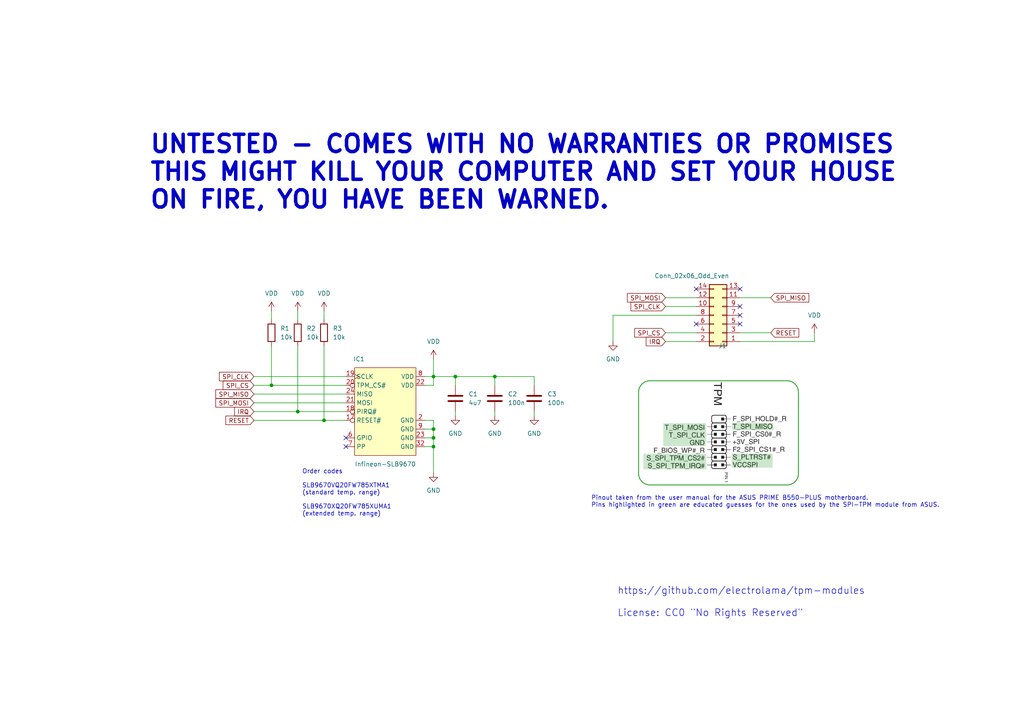
<source format=kicad_sch>
(kicad_sch (version 20210621) (generator eeschema)
  (paper "A4")
  (lib_symbols
    (symbol "Connector_Generic:Conn_02x07_Odd_Even" (pin_names (offset 1.016) hide)
      (property "Reference" "J" (at 1.27 10.16 0))
      (property "Value" "Conn_02x07_Odd_Even" (at 1.27 -10.16 0))
      (symbol "Conn_02x07_Odd_Even_1_1"
        (rectangle (start -1.27 -7.493) (end 0 -7.747) (stroke (width 0.1524)))
        (rectangle (start -1.27 -4.953) (end 0 -5.207) (stroke (width 0.1524)))
        (rectangle (start -1.27 -2.413) (end 0 -2.667) (stroke (width 0.1524)))
        (rectangle (start -1.27 0.127) (end 0 -0.127) (stroke (width 0.1524)))
        (rectangle (start -1.27 2.667) (end 0 2.413) (stroke (width 0.1524)))
        (rectangle (start -1.27 5.207) (end 0 4.953) (stroke (width 0.1524)))
        (rectangle (start -1.27 7.747) (end 0 7.493) (stroke (width 0.1524)))
        (rectangle (start 3.81 -7.493) (end 2.54 -7.747) (stroke (width 0.1524)))
        (rectangle (start 3.81 -4.953) (end 2.54 -5.207) (stroke (width 0.1524)))
        (rectangle (start 3.81 -2.413) (end 2.54 -2.667) (stroke (width 0.1524)))
        (rectangle (start 3.81 0.127) (end 2.54 -0.127) (stroke (width 0.1524)))
        (rectangle (start 3.81 2.667) (end 2.54 2.413) (stroke (width 0.1524)))
        (rectangle (start 3.81 5.207) (end 2.54 4.953) (stroke (width 0.1524)))
        (rectangle (start 3.81 7.747) (end 2.54 7.493) (stroke (width 0.1524)))
        (rectangle (start -1.27 8.89) (end 3.81 -8.89) (stroke (width 0.254)) (fill (type background)))
        (pin passive line (at -5.08 7.62 0) (length 3.81) (name "Pin_1") (number "1"))
        (pin passive line (at 7.62 -2.54 180) (length 3.81) (name "Pin_10") (number "10"))
        (pin passive line (at -5.08 -5.08 0) (length 3.81) (name "Pin_11") (number "11"))
        (pin passive line (at 7.62 -5.08 180) (length 3.81) (name "Pin_12") (number "12"))
        (pin passive line (at -5.08 -7.62 0) (length 3.81) (name "Pin_13") (number "13"))
        (pin passive line (at 7.62 -7.62 180) (length 3.81) (name "Pin_14") (number "14"))
        (pin passive line (at 7.62 7.62 180) (length 3.81) (name "Pin_2") (number "2"))
        (pin passive line (at -5.08 5.08 0) (length 3.81) (name "Pin_3") (number "3"))
        (pin passive line (at 7.62 5.08 180) (length 3.81) (name "Pin_4") (number "4"))
        (pin passive line (at -5.08 2.54 0) (length 3.81) (name "Pin_5") (number "5"))
        (pin passive line (at 7.62 2.54 180) (length 3.81) (name "Pin_6") (number "6"))
        (pin passive line (at -5.08 0 0) (length 3.81) (name "Pin_7") (number "7"))
        (pin passive line (at 7.62 0 180) (length 3.81) (name "Pin_8") (number "8"))
        (pin passive line (at -5.08 -2.54 0) (length 3.81) (name "Pin_9") (number "9"))
      )
    )
    (symbol "Device:C" (pin_numbers hide) (pin_names (offset 0.254))
      (property "Reference" "C" (at 0.635 2.54 0))
      (property "Value" "C" (at 0.635 -2.54 0))
      (symbol "C_0_1"
        (polyline (pts (xy -2.032 -0.762) (xy 2.032 -0.762)) (stroke (width 0.508)))
        (polyline (pts (xy -2.032 0.762) (xy 2.032 0.762)) (stroke (width 0.508)))
      )
      (symbol "C_1_1"
        (pin passive line (at 0 3.81 270) (length 2.794) (name "~") (number "1"))
        (pin passive line (at 0 -3.81 90) (length 2.794) (name "~") (number "2"))
      )
    )
    (symbol "Device:R" (pin_numbers hide) (pin_names (offset 0))
      (property "Reference" "R" (at 2.032 0 90))
      (property "Value" "R" (at 0 0 90))
      (symbol "R_0_1"
        (rectangle (start -1.016 -2.54) (end 1.016 2.54) (stroke (width 0.254)))
      )
      (symbol "R_1_1"
        (pin passive line (at 0 3.81 270) (length 1.27) (name "~") (number "1"))
        (pin passive line (at 0 -3.81 90) (length 1.27) (name "~") (number "2"))
      )
    )
    (symbol "power:GND" (power) (pin_names (offset 0))
      (property "Value" "GND" (at 0 -3.81 0))
      (symbol "GND_0_1"
        (polyline (pts (xy 0 0) (xy 0 -1.27) (xy 1.27 -1.27) (xy 0 -2.54) (xy -1.27 -1.27) (xy 0 -1.27)))
      )
      (symbol "GND_1_1"
        (pin power_in line (at 0 0 270) (length 0) hide (name "GND") (number "1"))
      )
    )
    (symbol "power:VDD" (power) (pin_names (offset 0))
      (property "Value" "VDD" (at 0 3.81 0))
      (symbol "VDD_0_1"
        (polyline (pts (xy -0.762 1.27) (xy 0 2.54)))
        (polyline (pts (xy 0 0) (xy 0 2.54)))
        (polyline (pts (xy 0 2.54) (xy 0.762 1.27)))
      )
      (symbol "VDD_1_1"
        (pin power_in line (at 0 0 90) (length 0) hide (name "VDD") (number "1"))
      )
    )
    (symbol "tpm-chips:Infineon-SLB9670"
      (property "Reference" "IC" (at -7.62 13.97 0))
      (property "Value" "Infineon-SLB9670" (at 0 -13.97 0))
      (symbol "Infineon-SLB9670_0_1"
        (rectangle (start -8.89 12.7) (end 8.89 -12.7) (stroke (width 0.1524)) (fill (type background)))
      )
      (symbol "Infineon-SLB9670_1_1"
        (pin input inverted (at -11.43 -2.54 0) (length 2.54) (name "RESET#") (number "17"))
        (pin output inverted (at -11.43 0 0) (length 2.54) (name "PIRQ#") (number "18"))
        (pin input clock (at -11.43 10.16 0) (length 2.54) (name "SCLK") (number "19"))
        (pin power_in line (at 11.43 -2.54 180) (length 2.54) (name "GND") (number "2"))
        (pin input inverted (at -11.43 7.62 0) (length 2.54) (name "TPM_CS#") (number "20"))
        (pin input line (at -11.43 2.54 0) (length 2.54) (name "MOSI") (number "21"))
        (pin power_in line (at 11.43 7.62 180) (length 2.54) (name "VDD") (number "22"))
        (pin power_in line (at 11.43 -7.62 180) (length 2.54) (name "GND") (number "23"))
        (pin output line (at -11.43 5.08 0) (length 2.54) (name "MISO") (number "24"))
        (pin power_in line (at 11.43 -10.16 180) (length 2.54) (name "GND") (number "32"))
        (pin bidirectional line (at -11.43 -7.62 0) (length 2.54) (name "GPIO") (number "6"))
        (pin input line (at -11.43 -10.16 0) (length 2.54) (name "PP") (number "7"))
        (pin power_in line (at 11.43 10.16 180) (length 2.54) (name "VDD") (number "8"))
        (pin power_in line (at 11.43 -5.08 180) (length 2.54) (name "GND") (number "9"))
      )
    )
  )
  (junction (at 78.74 111.76) (diameter 0.9144))
  (junction (at 86.36 119.38) (diameter 0.9144))
  (junction (at 93.98 121.92) (diameter 0.9144))
  (junction (at 125.73 109.22) (diameter 0.9144))
  (junction (at 125.73 124.46) (diameter 0.9144))
  (junction (at 125.73 127) (diameter 0.9144))
  (junction (at 125.73 129.54) (diameter 0.9144))
  (junction (at 132.08 109.22) (diameter 0.9144))
  (junction (at 143.51 109.22) (diameter 0.9144))
  (no_connect (at 100.33 127))
  (no_connect (at 100.33 129.54))
  (no_connect (at 201.93 83.82))
  (no_connect (at 201.93 93.98))
  (no_connect (at 214.63 83.82))
  (no_connect (at 214.63 88.9))
  (no_connect (at 214.63 91.44))
  (no_connect (at 214.63 93.98))
  (wire (pts (xy 73.66 109.22) (xy 100.33 109.22)))
  (wire (pts (xy 73.66 111.76) (xy 78.74 111.76)))
  (wire (pts (xy 73.66 114.3) (xy 100.33 114.3)))
  (wire (pts (xy 73.66 116.84) (xy 100.33 116.84)))
  (wire (pts (xy 73.66 119.38) (xy 86.36 119.38)))
  (wire (pts (xy 73.66 121.92) (xy 93.98 121.92)))
  (wire (pts (xy 78.74 90.17) (xy 78.74 92.71)))
  (wire (pts (xy 78.74 100.33) (xy 78.74 111.76)))
  (wire (pts (xy 78.74 111.76) (xy 100.33 111.76)))
  (wire (pts (xy 86.36 90.17) (xy 86.36 92.71)))
  (wire (pts (xy 86.36 100.33) (xy 86.36 119.38)))
  (wire (pts (xy 86.36 119.38) (xy 100.33 119.38)))
  (wire (pts (xy 93.98 90.17) (xy 93.98 92.71)))
  (wire (pts (xy 93.98 100.33) (xy 93.98 121.92)))
  (wire (pts (xy 93.98 121.92) (xy 100.33 121.92)))
  (wire (pts (xy 123.19 109.22) (xy 125.73 109.22)))
  (wire (pts (xy 123.19 111.76) (xy 125.73 111.76)))
  (wire (pts (xy 123.19 121.92) (xy 125.73 121.92)))
  (wire (pts (xy 123.19 124.46) (xy 125.73 124.46)))
  (wire (pts (xy 123.19 127) (xy 125.73 127)))
  (wire (pts (xy 123.19 129.54) (xy 125.73 129.54)))
  (wire (pts (xy 125.73 104.14) (xy 125.73 109.22)))
  (wire (pts (xy 125.73 109.22) (xy 125.73 111.76)))
  (wire (pts (xy 125.73 109.22) (xy 132.08 109.22)))
  (wire (pts (xy 125.73 121.92) (xy 125.73 124.46)))
  (wire (pts (xy 125.73 124.46) (xy 125.73 127)))
  (wire (pts (xy 125.73 127) (xy 125.73 129.54)))
  (wire (pts (xy 125.73 129.54) (xy 125.73 137.16)))
  (wire (pts (xy 132.08 109.22) (xy 132.08 111.76)))
  (wire (pts (xy 132.08 109.22) (xy 143.51 109.22)))
  (wire (pts (xy 132.08 119.38) (xy 132.08 120.65)))
  (wire (pts (xy 143.51 109.22) (xy 143.51 111.76)))
  (wire (pts (xy 143.51 109.22) (xy 154.94 109.22)))
  (wire (pts (xy 143.51 119.38) (xy 143.51 120.65)))
  (wire (pts (xy 154.94 109.22) (xy 154.94 111.76)))
  (wire (pts (xy 154.94 119.38) (xy 154.94 120.65)))
  (wire (pts (xy 177.8 91.44) (xy 177.8 99.06)))
  (wire (pts (xy 201.93 86.36) (xy 193.04 86.36)))
  (wire (pts (xy 201.93 88.9) (xy 193.04 88.9)))
  (wire (pts (xy 201.93 91.44) (xy 177.8 91.44)))
  (wire (pts (xy 201.93 96.52) (xy 193.04 96.52)))
  (wire (pts (xy 201.93 99.06) (xy 193.04 99.06)))
  (wire (pts (xy 214.63 99.06) (xy 236.22 99.06)))
  (wire (pts (xy 223.52 86.36) (xy 214.63 86.36)))
  (wire (pts (xy 223.52 96.52) (xy 214.63 96.52)))
  (wire (pts (xy 236.22 96.52) (xy 236.22 99.06)))
  (image (at 208.28 125.73) (scale 0.482734))
  (text "UNTESTED - COMES WITH NO WARRANTIES OR PROMISES\nTHIS MIGHT KILL YOUR COMPUTER AND SET YOUR HOUSE\nON FIRE, YOU HAVE BEEN WARNED." (at 43.18 60.96 0) (effects (font (size 5 5) (thickness 1) bold) (justify left bottom)))
  (text "Order codes\n\nSLB9670VQ20FW785XTMA1\n(standard temp. range)\n\nSLB9670XQ20FW785XUMA1\n(extended temp. range)" (at 87.63 149.86 0) (effects (font (size 1.27 1.27)) (justify left bottom)))
  (text "Pinout taken from the user manual for the ASUS PRIME B550-PLUS motherboard.\nPins highlighted in green are educated guesses for the ones used by the SPI-TPM module from ASUS.\n" (at 171.45 147.32 0) (effects (font (size 1.27 1.27)) (justify left bottom)))
  (text "https://github.com/electrolama/tpm-modules\n\nLicense: CC0 \"No Rights Reserved\"" (at 179.07 179.07 0) (effects (font (size 2 2)) (justify left bottom)))
  (global_label "SPI_CLK" (shape input) (at 73.66 109.22 180) (property "Intersheet References" "${INTERSHEET_REFS}" (effects hide)))
  (global_label "SPI_CS" (shape input) (at 73.66 111.76 180) (property "Intersheet References" "${INTERSHEET_REFS}" (effects hide)))
  (global_label "SPI_MISO" (shape input) (at 73.66 114.3 180) (property "Intersheet References" "${INTERSHEET_REFS}" (effects hide)))
  (global_label "SPI_MOSI" (shape input) (at 73.66 116.84 180) (property "Intersheet References" "${INTERSHEET_REFS}" (effects hide)))
  (global_label "IRQ" (shape input) (at 73.66 119.38 180) (property "Intersheet References" "${INTERSHEET_REFS}" (effects hide)))
  (global_label "RESET" (shape input) (at 73.66 121.92 180) (property "Intersheet References" "${INTERSHEET_REFS}" (effects hide)))
  (global_label "SPI_MOSI" (shape input) (at 193.04 86.36 180) (property "Intersheet References" "${INTERSHEET_REFS}" (effects hide)))
  (global_label "SPI_CLK" (shape input) (at 193.04 88.9 180) (property "Intersheet References" "${INTERSHEET_REFS}" (effects hide)))
  (global_label "SPI_CS" (shape input) (at 193.04 96.52 180) (property "Intersheet References" "${INTERSHEET_REFS}" (effects hide)))
  (global_label "IRQ" (shape input) (at 193.04 99.06 180) (property "Intersheet References" "${INTERSHEET_REFS}" (effects hide)))
  (global_label "SPI_MISO" (shape input) (at 223.52 86.36 0) (property "Intersheet References" "${INTERSHEET_REFS}" (effects hide)))
  (global_label "RESET" (shape input) (at 223.52 96.52 0) (property "Intersheet References" "${INTERSHEET_REFS}" (effects hide)))
  (symbol (lib_id "power:VDD") (at 78.74 90.17 0) (unit 1)
    (property "Reference" "#PWR0105" (effects hide))
    (property "Value" "VDD" (at 78.74 85.09 0))
  )
  (symbol (lib_id "power:VDD") (at 86.36 90.17 0) (unit 1)
    (property "Reference" "#PWR0104" (effects hide))
    (property "Value" "VDD" (at 86.36 85.09 0))
  )
  (symbol (lib_id "power:VDD") (at 93.98 90.17 0) (unit 1)
    (property "Reference" "#PWR0103" (effects hide))
    (property "Value" "VDD" (at 93.98 85.09 0))
  )
  (symbol (lib_id "power:VDD") (at 125.73 104.14 0) (unit 1)
    (property "Reference" "#PWR0110" (effects hide))
    (property "Value" "VDD" (at 125.73 99.06 0))
  )
  (symbol (lib_id "power:VDD") (at 236.22 96.52 0) (unit 1)
    (property "Reference" "#PWR0102" (effects hide))
    (property "Value" "VDD" (at 236.22 91.44 0))
  )
  (symbol (lib_id "power:GND") (at 125.73 137.16 0) (unit 1)
    (property "Reference" "#PWR0107" (effects hide))
    (property "Value" "GND" (at 125.73 142.24 0))
  )
  (symbol (lib_id "power:GND") (at 132.08 120.65 0) (unit 1)
    (property "Reference" "#PWR0106" (effects hide))
    (property "Value" "GND" (at 132.08 125.73 0))
  )
  (symbol (lib_id "power:GND") (at 143.51 120.65 0) (unit 1)
    (property "Reference" "#PWR0108" (effects hide))
    (property "Value" "GND" (at 143.51 125.73 0))
  )
  (symbol (lib_id "power:GND") (at 154.94 120.65 0) (unit 1)
    (property "Reference" "#PWR0109" (effects hide))
    (property "Value" "GND" (at 154.94 125.73 0))
  )
  (symbol (lib_id "power:GND") (at 177.8 99.06 0) (unit 1)
    (property "Reference" "#PWR0101" (effects hide))
    (property "Value" "GND" (at 177.8 104.14 0))
  )
  (symbol (lib_id "Device:R") (at 78.74 96.52 0) (unit 1)
    (property "Reference" "R1" (at 81.28 95.2499 0) (effects (justify left)))
    (property "Value" "10k" (at 81.28 97.7899 0) (effects (justify left)))
    (property "Footprint" "Resistor_SMD:R_0402_1005Metric" (effects hide))
  )
  (symbol (lib_id "Device:R") (at 86.36 96.52 0) (unit 1)
    (property "Reference" "R2" (at 88.9 95.2499 0) (effects (justify left)))
    (property "Value" "10k" (at 88.9 97.7899 0) (effects (justify left)))
    (property "Footprint" "Resistor_SMD:R_0402_1005Metric" (effects hide))
  )
  (symbol (lib_id "Device:R") (at 93.98 96.52 0) (unit 1)
    (property "Reference" "R3" (at 96.52 95.2499 0) (effects (justify left)))
    (property "Value" "10k" (at 96.52 97.7899 0) (effects (justify left)))
    (property "Footprint" "Resistor_SMD:R_0402_1005Metric" (effects hide))
  )
  (symbol (lib_id "Device:C") (at 132.08 115.57 0) (unit 1)
    (property "Reference" "C1" (at 135.89 114.2999 0) (effects (justify left)))
    (property "Value" "4u7" (at 135.89 116.8399 0) (effects (justify left)))
    (property "Footprint" "Capacitor_SMD:C_0402_1005Metric" (effects hide))
  )
  (symbol (lib_id "Device:C") (at 143.51 115.57 0) (unit 1)
    (property "Reference" "C2" (at 147.32 114.2999 0) (effects (justify left)))
    (property "Value" "100n" (at 147.32 116.8399 0) (effects (justify left)))
    (property "Footprint" "Capacitor_SMD:C_0402_1005Metric" (effects hide))
  )
  (symbol (lib_id "Device:C") (at 154.94 115.57 0) (unit 1)
    (property "Reference" "C3" (at 158.75 114.2999 0) (effects (justify left)))
    (property "Value" "100n" (at 158.75 116.8399 0) (effects (justify left)))
    (property "Footprint" "Capacitor_SMD:C_0402_1005Metric" (effects hide))
  )
  (symbol (lib_id "Connector_Generic:Conn_02x07_Odd_Even") (at 209.55 91.44 180) (unit 1)
    (property "Reference" "J1" (at 209.55 100.33 0))
    (property "Value" "Conn_02x06_Odd_Even" (at 200.66 80.01 0))
    (property "Footprint" "Connector_PinSocket_2.00mm:PinSocket_2x07_P2.00mm_Vertical" (effects hide))
  )
  (symbol (lib_id "tpm-chips:Infineon-SLB9670") (at 111.76 119.38 0) (unit 1)
    (property "Reference" "IC1" (at 104.14 104.14 0))
    (property "Value" "Infineon-SLB9670" (at 111.76 134.62 0))
    (property "Footprint" "Package_DFN_QFN:QFN-32-1EP_5x5mm_P0.5mm_EP3.1x3.1mm" (effects hide))
  )
)
</source>
